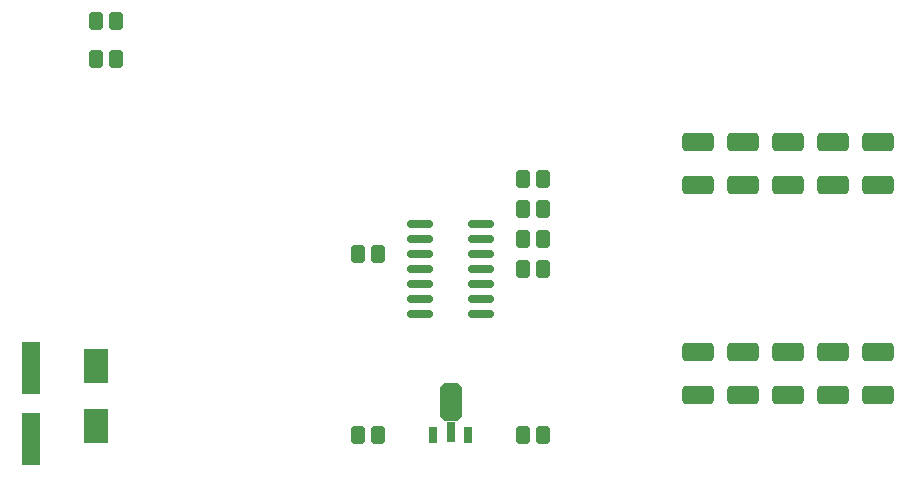
<source format=gbp>
G04 Layer_Color=16770453*
%FSAX43Y43*%
%MOMM*%
G71*
G01*
G75*
G04:AMPARAMS|DCode=24|XSize=1.2mm|YSize=1.55mm|CornerRadius=0.3mm|HoleSize=0mm|Usage=FLASHONLY|Rotation=180.000|XOffset=0mm|YOffset=0mm|HoleType=Round|Shape=RoundedRectangle|*
%AMROUNDEDRECTD24*
21,1,1.200,0.950,0,0,180.0*
21,1,0.600,1.550,0,0,180.0*
1,1,0.600,-0.300,0.475*
1,1,0.600,0.300,0.475*
1,1,0.600,0.300,-0.475*
1,1,0.600,-0.300,-0.475*
%
%ADD24ROUNDEDRECTD24*%
%ADD25R,0.700X1.800*%
G04:AMPARAMS|DCode=26|XSize=1.9mm|YSize=3.3mm|CornerRadius=0mm|HoleSize=0mm|Usage=FLASHONLY|Rotation=180.000|XOffset=0mm|YOffset=0mm|HoleType=Round|Shape=Octagon|*
%AMOCTAGOND26*
4,1,8,0.475,-1.650,-0.475,-1.650,-0.950,-1.175,-0.950,1.175,-0.475,1.650,0.475,1.650,0.950,1.175,0.950,-1.175,0.475,-1.650,0.0*
%
%ADD26OCTAGOND26*%

%ADD27R,0.700X1.350*%
G04:AMPARAMS|DCode=28|XSize=1.6mm|YSize=2.7mm|CornerRadius=0.4mm|HoleSize=0mm|Usage=FLASHONLY|Rotation=270.000|XOffset=0mm|YOffset=0mm|HoleType=Round|Shape=RoundedRectangle|*
%AMROUNDEDRECTD28*
21,1,1.600,1.900,0,0,270.0*
21,1,0.800,2.700,0,0,270.0*
1,1,0.800,-0.950,-0.400*
1,1,0.800,-0.950,0.400*
1,1,0.800,0.950,0.400*
1,1,0.800,0.950,-0.400*
%
%ADD28ROUNDEDRECTD28*%
G04:AMPARAMS|DCode=29|XSize=2.2mm|YSize=0.6mm|CornerRadius=0.15mm|HoleSize=0mm|Usage=FLASHONLY|Rotation=180.000|XOffset=0mm|YOffset=0mm|HoleType=Round|Shape=RoundedRectangle|*
%AMROUNDEDRECTD29*
21,1,2.200,0.300,0,0,180.0*
21,1,1.900,0.600,0,0,180.0*
1,1,0.300,-0.950,0.150*
1,1,0.300,0.950,0.150*
1,1,0.300,0.950,-0.150*
1,1,0.300,-0.950,-0.150*
%
%ADD29ROUNDEDRECTD29*%
%ADD30R,2.000X3.000*%
%ADD31R,1.500X4.500*%
D24*
X0057165Y0035412D02*
D03*
X0058865D02*
D03*
X0072835D02*
D03*
X0071135D02*
D03*
X0036640Y0070455D02*
D03*
X0034940D02*
D03*
X0036640Y0067280D02*
D03*
X0034940D02*
D03*
X0071135Y0049500D02*
D03*
X0072835D02*
D03*
X0071135Y0052040D02*
D03*
X0072835D02*
D03*
X0072835Y0054580D02*
D03*
X0071135D02*
D03*
X0071135Y0057120D02*
D03*
X0072835D02*
D03*
X0057165Y0050770D02*
D03*
X0058865D02*
D03*
D25*
X0065000Y0035637D02*
D03*
D26*
X0065000Y0038188D02*
D03*
D27*
X0066500Y0035412D02*
D03*
X0063500D02*
D03*
D28*
X0101195Y0038810D02*
D03*
Y0042410D02*
D03*
X0097385Y0038810D02*
D03*
Y0042410D02*
D03*
X0093575Y0038810D02*
D03*
Y0042410D02*
D03*
X0089765Y0038810D02*
D03*
Y0042410D02*
D03*
X0085955Y0038810D02*
D03*
Y0042410D02*
D03*
Y0056590D02*
D03*
Y0060190D02*
D03*
X0089765Y0056590D02*
D03*
Y0060190D02*
D03*
X0093575Y0056590D02*
D03*
Y0060190D02*
D03*
X0097385Y0056590D02*
D03*
Y0060190D02*
D03*
X0101195Y0056590D02*
D03*
Y0060190D02*
D03*
D29*
X0062400Y0053310D02*
D03*
Y0052040D02*
D03*
Y0050770D02*
D03*
Y0049500D02*
D03*
Y0048230D02*
D03*
Y0046960D02*
D03*
Y0045690D02*
D03*
X0067600D02*
D03*
Y0046960D02*
D03*
Y0048230D02*
D03*
Y0049500D02*
D03*
Y0050770D02*
D03*
Y0052040D02*
D03*
Y0053310D02*
D03*
D30*
X0035000Y0036165D02*
D03*
Y0041245D02*
D03*
D31*
X0029440Y0035070D02*
D03*
Y0041070D02*
D03*
M02*

</source>
